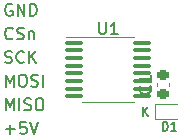
<source format=gbr>
%TF.GenerationSoftware,KiCad,Pcbnew,(6.0.9)*%
%TF.CreationDate,2023-03-29T19:50:07-08:00*%
%TF.ProjectId,ABSIS_Hall Sensor,41425349-535f-4486-916c-6c2053656e73,3*%
%TF.SameCoordinates,Original*%
%TF.FileFunction,Legend,Top*%
%TF.FilePolarity,Positive*%
%FSLAX46Y46*%
G04 Gerber Fmt 4.6, Leading zero omitted, Abs format (unit mm)*
G04 Created by KiCad (PCBNEW (6.0.9)) date 2023-03-29 19:50:07*
%MOMM*%
%LPD*%
G01*
G04 APERTURE LIST*
G04 Aperture macros list*
%AMRoundRect*
0 Rectangle with rounded corners*
0 $1 Rounding radius*
0 $2 $3 $4 $5 $6 $7 $8 $9 X,Y pos of 4 corners*
0 Add a 4 corners polygon primitive as box body*
4,1,4,$2,$3,$4,$5,$6,$7,$8,$9,$2,$3,0*
0 Add four circle primitives for the rounded corners*
1,1,$1+$1,$2,$3*
1,1,$1+$1,$4,$5*
1,1,$1+$1,$6,$7*
1,1,$1+$1,$8,$9*
0 Add four rect primitives between the rounded corners*
20,1,$1+$1,$2,$3,$4,$5,0*
20,1,$1+$1,$4,$5,$6,$7,0*
20,1,$1+$1,$6,$7,$8,$9,0*
20,1,$1+$1,$8,$9,$2,$3,0*%
G04 Aperture macros list end*
%ADD10C,0.150000*%
%ADD11C,0.120000*%
%ADD12C,2.500000*%
%ADD13RoundRect,0.225000X0.250000X-0.225000X0.250000X0.225000X-0.250000X0.225000X-0.250000X-0.225000X0*%
%ADD14R,0.600000X0.700000*%
%ADD15RoundRect,0.100000X-0.637500X-0.100000X0.637500X-0.100000X0.637500X0.100000X-0.637500X0.100000X0*%
%ADD16RoundRect,0.250000X0.625000X-0.350000X0.625000X0.350000X-0.625000X0.350000X-0.625000X-0.350000X0*%
%ADD17O,1.750000X1.200000*%
G04 APERTURE END LIST*
D10*
X4335595Y-13452380D02*
X4335595Y-12452380D01*
X4668928Y-13166666D01*
X5002261Y-12452380D01*
X5002261Y-13452380D01*
X5478452Y-13452380D02*
X5478452Y-12452380D01*
X5907023Y-13404761D02*
X6049880Y-13452380D01*
X6287976Y-13452380D01*
X6383214Y-13404761D01*
X6430833Y-13357142D01*
X6478452Y-13261904D01*
X6478452Y-13166666D01*
X6430833Y-13071428D01*
X6383214Y-13023809D01*
X6287976Y-12976190D01*
X6097500Y-12928571D01*
X6002261Y-12880952D01*
X5954642Y-12833333D01*
X5907023Y-12738095D01*
X5907023Y-12642857D01*
X5954642Y-12547619D01*
X6002261Y-12500000D01*
X6097500Y-12452380D01*
X6335595Y-12452380D01*
X6478452Y-12500000D01*
X7097500Y-12452380D02*
X7287976Y-12452380D01*
X7383214Y-12500000D01*
X7478452Y-12595238D01*
X7526071Y-12785714D01*
X7526071Y-13119047D01*
X7478452Y-13309523D01*
X7383214Y-13404761D01*
X7287976Y-13452380D01*
X7097500Y-13452380D01*
X7002261Y-13404761D01*
X6907023Y-13309523D01*
X6859404Y-13119047D01*
X6859404Y-12785714D01*
X6907023Y-12595238D01*
X7002261Y-12500000D01*
X7097500Y-12452380D01*
X4335595Y-11452380D02*
X4335595Y-10452380D01*
X4668928Y-11166666D01*
X5002261Y-10452380D01*
X5002261Y-11452380D01*
X5668928Y-10452380D02*
X5859404Y-10452380D01*
X5954642Y-10500000D01*
X6049880Y-10595238D01*
X6097500Y-10785714D01*
X6097500Y-11119047D01*
X6049880Y-11309523D01*
X5954642Y-11404761D01*
X5859404Y-11452380D01*
X5668928Y-11452380D01*
X5573690Y-11404761D01*
X5478452Y-11309523D01*
X5430833Y-11119047D01*
X5430833Y-10785714D01*
X5478452Y-10595238D01*
X5573690Y-10500000D01*
X5668928Y-10452380D01*
X6478452Y-11404761D02*
X6621309Y-11452380D01*
X6859404Y-11452380D01*
X6954642Y-11404761D01*
X7002261Y-11357142D01*
X7049880Y-11261904D01*
X7049880Y-11166666D01*
X7002261Y-11071428D01*
X6954642Y-11023809D01*
X6859404Y-10976190D01*
X6668928Y-10928571D01*
X6573690Y-10880952D01*
X6526071Y-10833333D01*
X6478452Y-10738095D01*
X6478452Y-10642857D01*
X6526071Y-10547619D01*
X6573690Y-10500000D01*
X6668928Y-10452380D01*
X6907023Y-10452380D01*
X7049880Y-10500000D01*
X7478452Y-11452380D02*
X7478452Y-10452380D01*
X4287976Y-9404761D02*
X4430833Y-9452380D01*
X4668928Y-9452380D01*
X4764166Y-9404761D01*
X4811785Y-9357142D01*
X4859404Y-9261904D01*
X4859404Y-9166666D01*
X4811785Y-9071428D01*
X4764166Y-9023809D01*
X4668928Y-8976190D01*
X4478452Y-8928571D01*
X4383214Y-8880952D01*
X4335595Y-8833333D01*
X4287976Y-8738095D01*
X4287976Y-8642857D01*
X4335595Y-8547619D01*
X4383214Y-8500000D01*
X4478452Y-8452380D01*
X4716547Y-8452380D01*
X4859404Y-8500000D01*
X5859404Y-9357142D02*
X5811785Y-9404761D01*
X5668928Y-9452380D01*
X5573690Y-9452380D01*
X5430833Y-9404761D01*
X5335595Y-9309523D01*
X5287976Y-9214285D01*
X5240357Y-9023809D01*
X5240357Y-8880952D01*
X5287976Y-8690476D01*
X5335595Y-8595238D01*
X5430833Y-8500000D01*
X5573690Y-8452380D01*
X5668928Y-8452380D01*
X5811785Y-8500000D01*
X5859404Y-8547619D01*
X6287976Y-9452380D02*
X6287976Y-8452380D01*
X6859404Y-9452380D02*
X6430833Y-8880952D01*
X6859404Y-8452380D02*
X6287976Y-9023809D01*
X4907023Y-7357142D02*
X4859404Y-7404761D01*
X4716547Y-7452380D01*
X4621309Y-7452380D01*
X4478452Y-7404761D01*
X4383214Y-7309523D01*
X4335595Y-7214285D01*
X4287976Y-7023809D01*
X4287976Y-6880952D01*
X4335595Y-6690476D01*
X4383214Y-6595238D01*
X4478452Y-6500000D01*
X4621309Y-6452380D01*
X4716547Y-6452380D01*
X4859404Y-6500000D01*
X4907023Y-6547619D01*
X5287976Y-7404761D02*
X5430833Y-7452380D01*
X5668928Y-7452380D01*
X5764166Y-7404761D01*
X5811785Y-7357142D01*
X5859404Y-7261904D01*
X5859404Y-7166666D01*
X5811785Y-7071428D01*
X5764166Y-7023809D01*
X5668928Y-6976190D01*
X5478452Y-6928571D01*
X5383214Y-6880952D01*
X5335595Y-6833333D01*
X5287976Y-6738095D01*
X5287976Y-6642857D01*
X5335595Y-6547619D01*
X5383214Y-6500000D01*
X5478452Y-6452380D01*
X5716547Y-6452380D01*
X5859404Y-6500000D01*
X6287976Y-6785714D02*
X6287976Y-7452380D01*
X6287976Y-6880952D02*
X6335595Y-6833333D01*
X6430833Y-6785714D01*
X6573690Y-6785714D01*
X6668928Y-6833333D01*
X6716547Y-6928571D01*
X6716547Y-7452380D01*
X4859404Y-4500000D02*
X4764166Y-4452380D01*
X4621309Y-4452380D01*
X4478452Y-4500000D01*
X4383214Y-4595238D01*
X4335595Y-4690476D01*
X4287976Y-4880952D01*
X4287976Y-5023809D01*
X4335595Y-5214285D01*
X4383214Y-5309523D01*
X4478452Y-5404761D01*
X4621309Y-5452380D01*
X4716547Y-5452380D01*
X4859404Y-5404761D01*
X4907023Y-5357142D01*
X4907023Y-5023809D01*
X4716547Y-5023809D01*
X5335595Y-5452380D02*
X5335595Y-4452380D01*
X5907023Y-5452380D01*
X5907023Y-4452380D01*
X6383214Y-5452380D02*
X6383214Y-4452380D01*
X6621309Y-4452380D01*
X6764166Y-4500000D01*
X6859404Y-4595238D01*
X6907023Y-4690476D01*
X6954642Y-4880952D01*
X6954642Y-5023809D01*
X6907023Y-5214285D01*
X6859404Y-5309523D01*
X6764166Y-5404761D01*
X6621309Y-5452380D01*
X6383214Y-5452380D01*
X15968071Y-13953685D02*
X15968071Y-13203685D01*
X16396642Y-13953685D02*
X16075214Y-13525114D01*
X16396642Y-13203685D02*
X15968071Y-13632257D01*
X4335595Y-15071428D02*
X5097500Y-15071428D01*
X4716547Y-15452380D02*
X4716547Y-14690476D01*
X6049880Y-14452380D02*
X5573690Y-14452380D01*
X5526071Y-14928571D01*
X5573690Y-14880952D01*
X5668928Y-14833333D01*
X5907023Y-14833333D01*
X6002261Y-14880952D01*
X6049880Y-14928571D01*
X6097500Y-15023809D01*
X6097500Y-15261904D01*
X6049880Y-15357142D01*
X6002261Y-15404761D01*
X5907023Y-15452380D01*
X5668928Y-15452380D01*
X5573690Y-15404761D01*
X5526071Y-15357142D01*
X6383214Y-14452380D02*
X6716547Y-15452380D01*
X7049880Y-14452380D01*
%TO.C,C1*%
X16547142Y-11436666D02*
X16594761Y-11484285D01*
X16642380Y-11627142D01*
X16642380Y-11722380D01*
X16594761Y-11865238D01*
X16499523Y-11960476D01*
X16404285Y-12008095D01*
X16213809Y-12055714D01*
X16070952Y-12055714D01*
X15880476Y-12008095D01*
X15785238Y-11960476D01*
X15690000Y-11865238D01*
X15642380Y-11722380D01*
X15642380Y-11627142D01*
X15690000Y-11484285D01*
X15737619Y-11436666D01*
X16642380Y-10484285D02*
X16642380Y-11055714D01*
X16642380Y-10770000D02*
X15642380Y-10770000D01*
X15785238Y-10865238D01*
X15880476Y-10960476D01*
X15928095Y-11055714D01*
%TO.C,D1*%
X17607428Y-15198285D02*
X17607428Y-14448285D01*
X17786000Y-14448285D01*
X17893142Y-14484000D01*
X17964571Y-14555428D01*
X18000285Y-14626857D01*
X18036000Y-14769714D01*
X18036000Y-14876857D01*
X18000285Y-15019714D01*
X17964571Y-15091142D01*
X17893142Y-15162571D01*
X17786000Y-15198285D01*
X17607428Y-15198285D01*
X18750285Y-15198285D02*
X18321714Y-15198285D01*
X18536000Y-15198285D02*
X18536000Y-14448285D01*
X18464571Y-14555428D01*
X18393142Y-14626857D01*
X18321714Y-14662571D01*
%TO.C,U1*%
X12238095Y-6002380D02*
X12238095Y-6811904D01*
X12285714Y-6907142D01*
X12333333Y-6954761D01*
X12428571Y-7002380D01*
X12619047Y-7002380D01*
X12714285Y-6954761D01*
X12761904Y-6907142D01*
X12809523Y-6811904D01*
X12809523Y-6002380D01*
X13809523Y-7002380D02*
X13238095Y-7002380D01*
X13523809Y-7002380D02*
X13523809Y-6002380D01*
X13428571Y-6145238D01*
X13333333Y-6240476D01*
X13238095Y-6288095D01*
D11*
%TO.C,C1*%
X18130000Y-11410580D02*
X18130000Y-11129420D01*
X17110000Y-11410580D02*
X17110000Y-11129420D01*
%TO.C,D1*%
X18828000Y-12956000D02*
X16978000Y-12956000D01*
X18828000Y-14156000D02*
X16978000Y-14156000D01*
X16978000Y-12956000D02*
X16978000Y-14156000D01*
%TO.C,U1*%
X13000000Y-7265000D02*
X9400000Y-7265000D01*
X13000000Y-7265000D02*
X15200000Y-7265000D01*
X13000000Y-12735000D02*
X15200000Y-12735000D01*
X13000000Y-12735000D02*
X10800000Y-12735000D01*
%TD*%
%LPC*%
D12*
%TO.C,H4*%
X17000000Y-3000000D03*
%TD*%
%TO.C,H3*%
X17000000Y-17000000D03*
%TD*%
%TO.C,H1*%
X9000000Y-3000000D03*
%TD*%
%TO.C,H2*%
X9000000Y-17000000D03*
%TD*%
D13*
%TO.C,C1*%
X17620000Y-12045000D03*
X17620000Y-10495000D03*
%TD*%
D14*
%TO.C,D1*%
X17428000Y-13556000D03*
X18828000Y-13556000D03*
%TD*%
D15*
%TO.C,U1*%
X10137500Y-7725000D03*
X10137500Y-8375000D03*
X10137500Y-9025000D03*
X10137500Y-9675000D03*
X10137500Y-10325000D03*
X10137500Y-10975000D03*
X10137500Y-11625000D03*
X10137500Y-12275000D03*
X15862500Y-12275000D03*
X15862500Y-11625000D03*
X15862500Y-10975000D03*
X15862500Y-10325000D03*
X15862500Y-9675000D03*
X15862500Y-9025000D03*
X15862500Y-8375000D03*
X15862500Y-7725000D03*
%TD*%
D16*
%TO.C,J1*%
X3000000Y-15000000D03*
D17*
X3000000Y-13000000D03*
X3000000Y-11000000D03*
X3000000Y-9000000D03*
X3000000Y-7000000D03*
X3000000Y-5000000D03*
%TD*%
M02*

</source>
